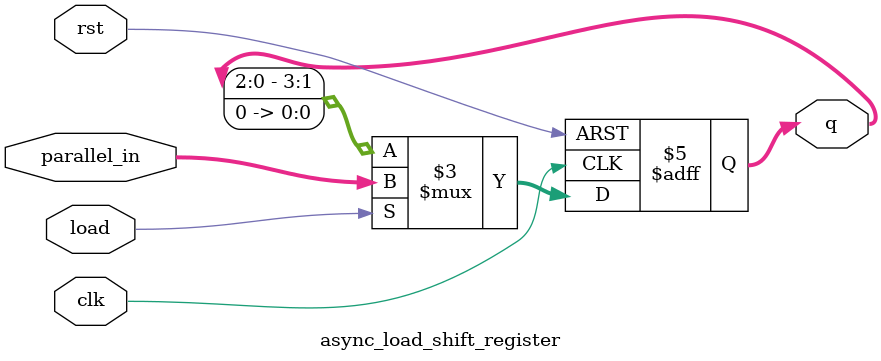
<source format=v>
module async_load_shift_register (
    input clk,
    input rst,
    input load,
    input [3:0] parallel_in,
    output reg [3:0] q
);
    always @(posedge clk or posedge rst) begin
        if (rst) 
            q <= 0;
        else if (load) 
            q <= parallel_in; // Asynchronous load
        else 
            q <= {q[2:0], 1'b0}; // Shift left
    end
endmodule

</source>
